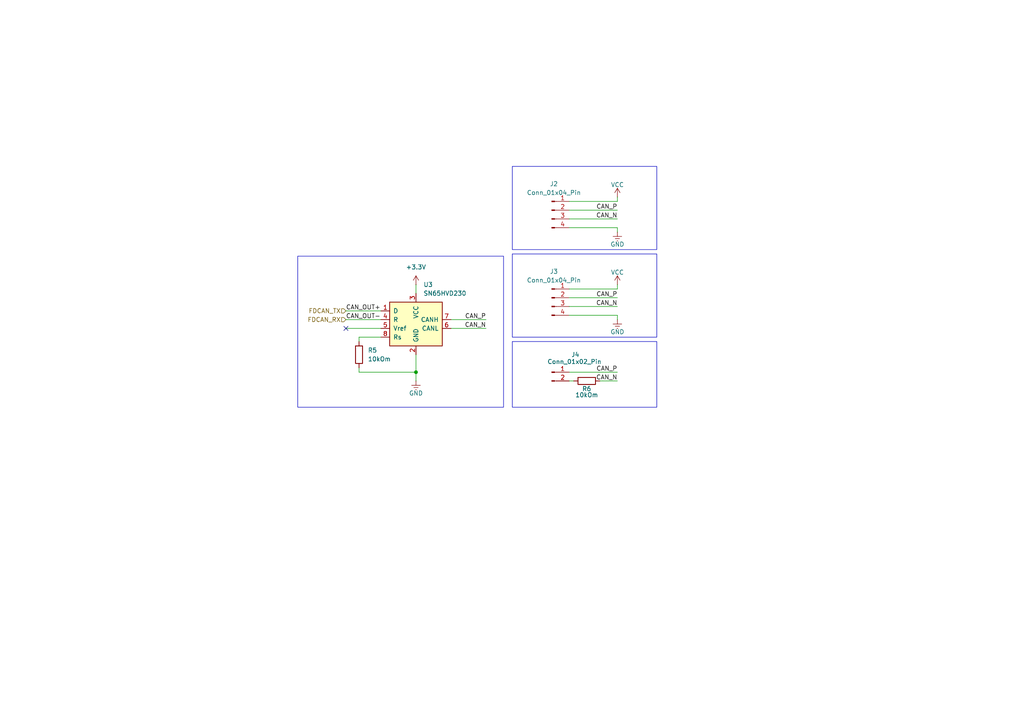
<source format=kicad_sch>
(kicad_sch (version 20250114) (generator "eeschema") (generator_version "9.0")
  (paper "A4")
  (lib_symbols
    (symbol "Connector:Conn_01x02_Pin" (pin_names (offset 1.016) (hide yes))
      (property "Reference" "J" (at 0 2.54 0))
      (property "Value" "Conn_01x02_Pin" (at 0 -5.08 0))
      (symbol "Conn_01x02_Pin_1_1"
        (rectangle (start 0.8636 0.127) (end 0 -0.127) (stroke (width 0.1524)) (fill (type outline)))
        (rectangle (start 0.8636 -2.413) (end 0 -2.667) (stroke (width 0.1524)) (fill (type outline)))
        (polyline (pts (xy 1.27 0) (xy 0.8636 0)) (stroke (width 0.1524)))
        (polyline (pts (xy 1.27 -2.54) (xy 0.8636 -2.54)) (stroke (width 0.1524)))
        (pin passive line (at 5.08 0 180) (length 3.81) (name "Pin_1") (number "1"))
        (pin passive line (at 5.08 -2.54 180) (length 3.81) (name "Pin_2") (number "2"))
      )
    )
    (symbol "Connector:Conn_01x04_Pin" (pin_names (offset 1.016) (hide yes))
      (property "Reference" "J" (at 0 5.08 0))
      (property "Value" "Conn_01x04_Pin" (at 0 -7.62 0))
      (symbol "Conn_01x04_Pin_1_1"
        (rectangle (start 0.8636 2.667) (end 0 2.413) (stroke (width 0.1524)) (fill (type outline)))
        (rectangle (start 0.8636 0.127) (end 0 -0.127) (stroke (width 0.1524)) (fill (type outline)))
        (rectangle (start 0.8636 -2.413) (end 0 -2.667) (stroke (width 0.1524)) (fill (type outline)))
        (rectangle (start 0.8636 -4.953) (end 0 -5.207) (stroke (width 0.1524)) (fill (type outline)))
        (polyline (pts (xy 1.27 2.54) (xy 0.8636 2.54)) (stroke (width 0.1524)))
        (polyline (pts (xy 1.27 0) (xy 0.8636 0)) (stroke (width 0.1524)))
        (polyline (pts (xy 1.27 -2.54) (xy 0.8636 -2.54)) (stroke (width 0.1524)))
        (polyline (pts (xy 1.27 -5.08) (xy 0.8636 -5.08)) (stroke (width 0.1524)))
        (pin passive line (at 5.08 2.54 180) (length 3.81) (name "Pin_1") (number "1"))
        (pin passive line (at 5.08 0 180) (length 3.81) (name "Pin_2") (number "2"))
        (pin passive line (at 5.08 -2.54 180) (length 3.81) (name "Pin_3") (number "3"))
        (pin passive line (at 5.08 -5.08 180) (length 3.81) (name "Pin_4") (number "4"))
      )
    )
    (symbol "Device:R" (pin_numbers (hide yes)) (pin_names (offset 0))
      (property "Reference" "R" (at 2.032 0 90))
      (property "Value" "R" (at 0 0 90))
      (symbol "R_0_1"
        (rectangle (start -1.016 -2.54) (end 1.016 2.54) (stroke (width 0.254)))
      )
      (symbol "R_1_1"
        (pin passive line (at 0 3.81 270) (length 1.27) (name "~") (number "1"))
        (pin passive line (at 0 -3.81 90) (length 1.27) (name "~") (number "2"))
      )
    )
    (symbol "Interface_CAN_LIN:SN65HVD230" (pin_names (offset 1.016))
      (property "Reference" "U" (at -2.54 10.16 0))
      (property "Value" "SN65HVD230" (at -2.54 7.62 0))
      (symbol "SN65HVD230_0_1"
        (rectangle (start -7.62 5.08) (end 7.62 -7.62) (stroke (width 0.254)) (fill (type background)))
      )
      (symbol "SN65HVD230_1_1"
        (pin input line (at -10.16 2.54 0) (length 2.54) (name "D") (number "1"))
        (pin output line (at -10.16 0 0) (length 2.54) (name "R") (number "4"))
        (pin output line (at -10.16 -2.54 0) (length 2.54) (name "Vref") (number "5"))
        (pin input line (at -10.16 -5.08 0) (length 2.54) (name "Rs") (number "8"))
        (pin power_in line (at 0 7.62 270) (length 2.54) (name "VCC") (number "3"))
        (pin power_in line (at 0 -10.16 90) (length 2.54) (name "GND") (number "2"))
        (pin bidirectional line (at 10.16 0 180) (length 2.54) (name "CANH") (number "7"))
        (pin bidirectional line (at 10.16 -2.54 180) (length 2.54) (name "CANL") (number "6"))
      )
    )
    (symbol "power:+3.3V" (power) (pin_numbers (hide yes)) (pin_names (offset 0) (hide yes))
      (property "Value" "+3.3V" (at 0 3.556 0))
      (symbol "+3.3V_0_1"
        (polyline (pts (xy -0.762 1.27) (xy 0 2.54)))
        (polyline (pts (xy 0 2.54) (xy 0.762 1.27)))
        (polyline (pts (xy 0 0) (xy 0 2.54)))
      )
      (symbol "+3.3V_1_1"
        (pin power_in line (at 0 0 90) (length 0) (name "~") (number "1"))
      )
    )
    (symbol "power:Earth" (power) (pin_numbers (hide yes)) (pin_names (offset 0) (hide yes))
      (property "Value" "Earth" (at 0 -3.81 0))
      (symbol "Earth_0_1"
        (polyline (pts (xy -0.635 -1.905) (xy 0.635 -1.905)))
        (polyline (pts (xy -0.127 -2.54) (xy 0.127 -2.54)))
        (polyline (pts (xy 0 -1.27) (xy 0 0)))
        (polyline (pts (xy 1.27 -1.27) (xy -1.27 -1.27)))
      )
      (symbol "Earth_1_1"
        (pin power_in line (at 0 0 270) (length 0) (name "~") (number "1"))
      )
    )
    (symbol "power:VCC" (power) (pin_numbers (hide yes)) (pin_names (offset 0) (hide yes))
      (property "Value" "VCC" (at 0 3.556 0))
      (symbol "VCC_0_1"
        (polyline (pts (xy -0.762 1.27) (xy 0 2.54)))
        (polyline (pts (xy 0 2.54) (xy 0.762 1.27)))
        (polyline (pts (xy 0 0) (xy 0 2.54)))
      )
      (symbol "VCC_1_1"
        (pin power_in line (at 0 0 90) (length 0) (name "~") (number "1"))
      )
    )
  )
  (rectangle (start 148.59 73.66) (end 190.5 97.79))
  (rectangle (start 86.36 74.295) (end 146.05 118.11))
  (rectangle (start 148.59 99.06) (end 190.5 118.11))
  (rectangle (start 148.59 48.26) (end 190.5 72.39))
  (junction (at 120.65 107.95))
  (no_connect (at 100.33 95.25))
  (wire (pts (xy 165.1 83.82) (xy 179.07 83.82)))
  (wire (pts (xy 165.1 88.9) (xy 179.07 88.9)))
  (wire (pts (xy 173.99 110.49) (xy 179.07 110.49)))
  (wire (pts (xy 165.1 91.44) (xy 179.07 91.44)))
  (wire (pts (xy 120.65 107.95) (xy 120.65 110.49)))
  (wire (pts (xy 179.07 57.15) (xy 179.07 58.42)))
  (wire (pts (xy 179.07 66.04) (xy 179.07 67.31)))
  (wire (pts (xy 120.65 82.55) (xy 120.65 85.09)))
  (wire (pts (xy 120.65 102.87) (xy 120.65 107.95)))
  (wire (pts (xy 130.81 95.25) (xy 140.97 95.25)))
  (wire (pts (xy 165.1 63.5) (xy 179.07 63.5)))
  (wire (pts (xy 130.81 92.71) (xy 140.97 92.71)))
  (wire (pts (xy 165.1 110.49) (xy 166.37 110.49)))
  (wire (pts (xy 100.33 90.17) (xy 110.49 90.17)))
  (wire (pts (xy 104.14 107.95) (xy 120.65 107.95)))
  (wire (pts (xy 165.1 66.04) (xy 179.07 66.04)))
  (wire (pts (xy 179.07 107.95) (xy 165.1 107.95)))
  (wire (pts (xy 100.33 95.25) (xy 110.49 95.25)))
  (wire (pts (xy 165.1 60.96) (xy 179.07 60.96)))
  (wire (pts (xy 179.07 82.55) (xy 179.07 83.82)))
  (wire (pts (xy 110.49 97.79) (xy 104.14 97.79)))
  (wire (pts (xy 110.49 92.71) (xy 100.33 92.71)))
  (wire (pts (xy 165.1 86.36) (xy 179.07 86.36)))
  (wire (pts (xy 179.07 91.44) (xy 179.07 92.71)))
  (wire (pts (xy 104.14 97.79) (xy 104.14 99.06)))
  (wire (pts (xy 104.14 106.68) (xy 104.14 107.95)))
  (wire (pts (xy 165.1 58.42) (xy 179.07 58.42)))
  (label "CAN_OUT+" (at 100.33 90.17 0))
  (label "CAN_P" (at 179.07 86.36 180))
  (label "CAN_N" (at 179.07 110.49 180))
  (label "CAN_N" (at 179.07 63.5 180))
  (label "CAN_N" (at 179.07 88.9 180))
  (label "CAN_P" (at 179.07 60.96 180))
  (label "CAN_P" (at 179.07 107.95 180))
  (label "CAN_P" (at 140.97 92.71 180))
  (label "CAN_OUT-" (at 100.33 92.71 0))
  (label "CAN_N" (at 140.97 95.25 180))
  (hierarchical_label "FDCAN_RX" (shape input) (at 100.33 92.71 180))
  (hierarchical_label "FDCAN_TX" (shape input) (at 100.33 90.17 180))
  (symbol (lib_id "power:Earth") (at 120.65 110.49 0) (unit 1)
    (property "Reference" "#PWR020" (effects (hide yes)))
    (property "Value" "GND" (at 120.65 114.046 0))
    (property "Description" "Power symbol creates a global label with name \"Earth\"" (effects (hide yes)))
  )
  (symbol (lib_id "Device:R") (at 104.14 102.87 0) (unit 1)
    (property "Reference" "R5" (at 106.68 101.5999 0) (effects (justify left)))
    (property "Value" "10kOm" (at 106.68 104.1399 0) (effects (justify left)))
    (property "Footprint" "Resistor_SMD:R_0402_1005Metric" (effects (hide yes)))
    (property "Description" "Resistor" (effects (hide yes)))
  )
  (symbol (lib_id "Device:R") (at 170.18 110.49 90) (unit 1)
    (property "Reference" "R6" (at 170.18 112.776 90))
    (property "Value" "10kOm" (at 170.18 114.554 90))
    (property "Footprint" "Resistor_SMD:R_0402_1005Metric" (effects (hide yes)))
    (property "Description" "Resistor" (effects (hide yes)))
  )
  (symbol (lib_id "Interface_CAN_LIN:SN65HVD230") (at 120.65 92.71 0) (unit 1)
    (property "Reference" "U3" (at 122.7933 82.55 0) (effects (justify left)))
    (property "Value" "SN65HVD230" (at 122.7933 85.09 0) (effects (justify left)))
    (property "Footprint" "Package_SO:SOIC-8_3.9x4.9mm_P1.27mm" (effects (hide yes)))
    (property "Datasheet" "http://www.ti.com/lit/ds/symlink/sn65hvd230.pdf" (effects (hide yes)))
    (property "Description" "CAN Bus Transceivers, 3.3V, 1Mbps, Low-Power capabilities, SOIC-8" (effects (hide yes)))
  )
  (symbol (lib_id "power:Earth") (at 179.07 92.71 0) (unit 1)
    (property "Reference" "#PWR019" (effects (hide yes)))
    (property "Value" "GND" (at 179.07 96.266 0))
    (property "Description" "Power symbol creates a global label with name \"Earth\"" (effects (hide yes)))
  )
  (symbol (lib_id "power:Earth") (at 179.07 67.31 0) (unit 1)
    (property "Reference" "#PWR016" (effects (hide yes)))
    (property "Value" "GND" (at 179.07 70.866 0))
    (property "Description" "Power symbol creates a global label with name \"Earth\"" (effects (hide yes)))
  )
  (symbol (lib_id "Connector:Conn_01x02_Pin") (at 160.02 107.95 0) (unit 1)
    (property "Reference" "J4" (at 166.878 102.87 0))
    (property "Value" "Conn_01x02_Pin" (at 166.624 104.902 0))
    (property "Footprint" "Connector_PinHeader_2.54mm:PinHeader_1x02_P2.54mm_Vertical" (effects (hide yes)))
    (property "Description" "Generic connector, single row, 01x02, script generated" (effects (hide yes)))
  )
  (symbol (lib_id "power:VCC") (at 179.07 57.15 0) (unit 1)
    (property "Reference" "#PWR015" (effects (hide yes)))
    (property "Value" "VCC" (at 179.07 53.594 0))
    (property "Description" "Power symbol creates a global label with name \"VCC\"" (effects (hide yes)))
  )
  (symbol (lib_id "power:+3.3V") (at 120.65 82.55 0) (unit 1)
    (property "Reference" "#PWR017" (effects (hide yes)))
    (property "Value" "+3.3V" (at 120.65 77.47 0))
    (property "Description" "Power symbol creates a global label with name \"+3.3V\"" (effects (hide yes)))
  )
  (symbol (lib_id "Connector:Conn_01x04_Pin") (at 160.02 86.36 0) (unit 1)
    (property "Reference" "J3" (at 160.655 78.74 0))
    (property "Value" "Conn_01x04_Pin" (at 160.655 81.28 0))
    (property "Footprint" "Connector_JST:JST_EH_S4B-EH_1x04_P2.50mm_Horizontal" (effects (hide yes)))
    (property "Description" "Generic connector, single row, 01x04, script generated" (effects (hide yes)))
  )
  (symbol (lib_id "Connector:Conn_01x04_Pin") (at 160.02 60.96 0) (unit 1)
    (property "Reference" "J2" (at 160.655 53.34 0))
    (property "Value" "Conn_01x04_Pin" (at 160.655 55.88 0))
    (property "Footprint" "Connector_JST:JST_EH_S4B-EH_1x04_P2.50mm_Horizontal" (effects (hide yes)))
    (property "Description" "Generic connector, single row, 01x04, script generated" (effects (hide yes)))
  )
  (symbol (lib_id "power:VCC") (at 179.07 82.55 0) (unit 1)
    (property "Reference" "#PWR018" (effects (hide yes)))
    (property "Value" "VCC" (at 179.07 78.994 0))
    (property "Description" "Power symbol creates a global label with name \"VCC\"" (effects (hide yes)))
  )
)
</source>
